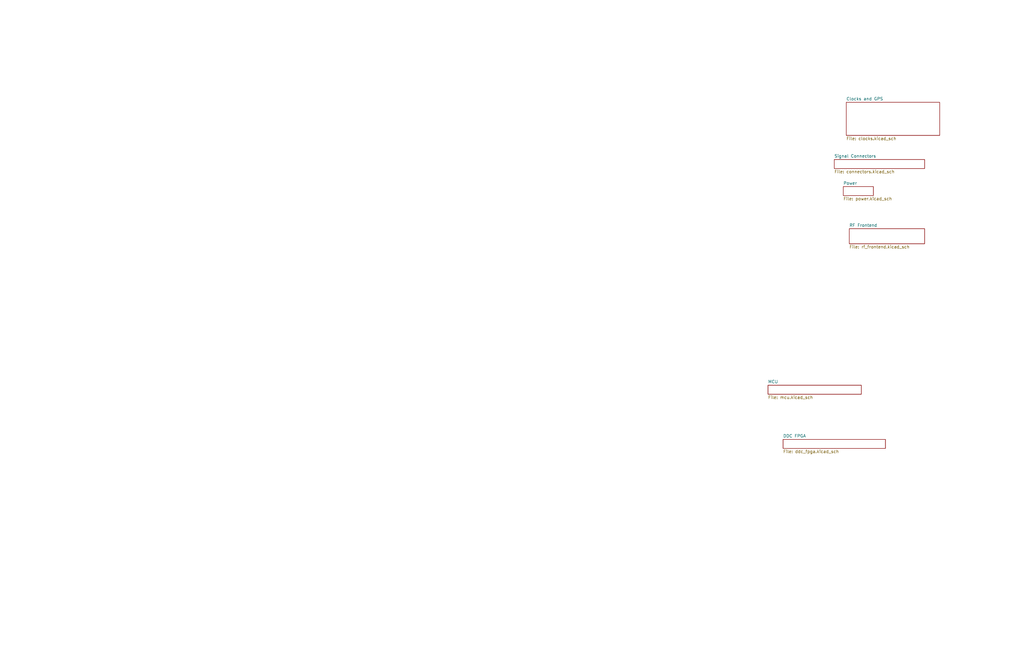
<source format=kicad_sch>
(kicad_sch (version 20230121) (generator eeschema)
  (paper "USLedger")
  (title_block (title "GPS Locked RX") (date "2024-01-28") (rev "0") (company "Ben Gelb"))
  (lib_symbols)
  (sheet (at 355.6 78.74) (size 12.7 3.81) (stroke (width 0.1524))
    (property "Sheetname" "Power" (at 355.6 78.0284 0) (effects (justify left bottom)))
    (property "Sheetfile" "power.kicad_sch" (at 355.6 83.1346 0) (effects (justify left top)))
  )
  (sheet (at 351.79 67.31) (size 38.1 3.81) (stroke (width 0.1524))
    (property "Sheetname" "Signal Connectors" (at 351.79 66.5984 0) (effects (justify left bottom)))
    (property "Sheetfile" "connectors.kicad_sch" (at 351.79 71.7046 0) (effects (justify left top)))
  )
  (sheet (at 356.87 43.18) (size 39.37 13.97) (stroke (width 0.1524))
    (property "Sheetname" "Clocks and GPS" (at 356.87 42.4684 0) (effects (justify left bottom)))
    (property "Sheetfile" "clocks.kicad_sch" (at 356.87 57.7346 0) (effects (justify left top)))
  )
  (sheet (at 358.14 96.52) (size 31.75 6.35) (stroke (width 0.1524))
    (property "Sheetname" "RF Frontend" (at 358.14 95.8084 0) (effects (justify left bottom)))
    (property "Sheetfile" "rf_frontend.kicad_sch" (at 358.14 103.4546 0) (effects (justify left top)))
  )
  (sheet (at 330.2 185.42) (size 43.18 3.81) (stroke (width 0.1524))
    (property "Sheetname" "DDC FPGA" (at 330.2 184.7084 0) (effects (justify left bottom)))
    (property "Sheetfile" "ddc_fpga.kicad_sch" (at 330.2 189.8146 0) (effects (justify left top)))
  )
  (sheet (at 323.85 162.56) (size 39.37 3.81) (stroke (width 0.1524))
    (property "Sheetname" "MCU" (at 323.85 161.8484 0) (effects (justify left bottom)))
    (property "Sheetfile" "mcu.kicad_sch" (at 323.85 166.9546 0) (effects (justify left top)))
  )
)
</source>
